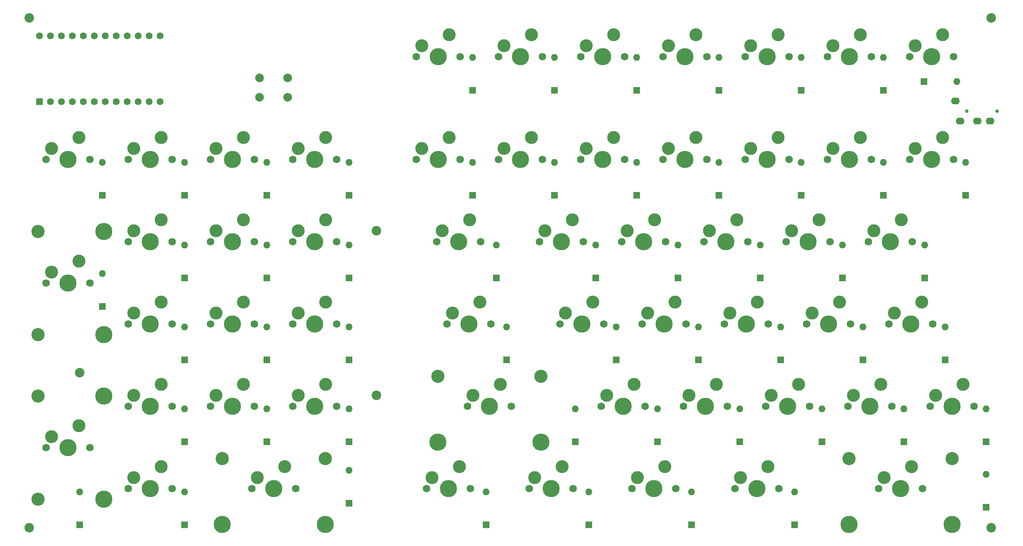
<source format=gbr>
%TF.GenerationSoftware,KiCad,Pcbnew,7.0.5*%
%TF.CreationDate,2023-06-22T07:55:22+00:00*%
%TF.ProjectId,Entry-left,456e7472-792d-46c6-9566-742e6b696361,rev?*%
%TF.SameCoordinates,Original*%
%TF.FileFunction,Soldermask,Top*%
%TF.FilePolarity,Negative*%
%FSLAX46Y46*%
G04 Gerber Fmt 4.6, Leading zero omitted, Abs format (unit mm)*
G04 Created by KiCad (PCBNEW 7.0.5) date 2023-06-22 07:55:22*
%MOMM*%
%LPD*%
G01*
G04 APERTURE LIST*
%ADD10C,1.750000*%
%ADD11C,3.000000*%
%ADD12C,3.987800*%
%ADD13C,2.200000*%
%ADD14C,2.000000*%
%ADD15C,3.048000*%
%ADD16C,0.800000*%
%ADD17O,2.000000X1.600000*%
%ADD18R,1.600000X1.600000*%
%ADD19C,1.600000*%
%ADD20O,1.600000X1.600000*%
G04 APERTURE END LIST*
D10*
%TO.C,MX6*%
X69414250Y-80798750D03*
D11*
X70684250Y-78258750D03*
D12*
X74494250Y-80798750D03*
D11*
X77034250Y-75718750D03*
D10*
X79574250Y-80798750D03*
%TD*%
%TO.C,MX2*%
X50364250Y-61748750D03*
D11*
X51634250Y-59208750D03*
D12*
X55444250Y-61748750D03*
D11*
X57984250Y-56668750D03*
D10*
X60524250Y-61748750D03*
%TD*%
D13*
%TO.C,REF\u002A\u002A*%
X39050000Y-111100000D03*
%TD*%
D10*
%TO.C,MX20*%
X155139250Y-37935750D03*
D11*
X156409250Y-35395750D03*
D12*
X160219250Y-37935750D03*
D11*
X162759250Y-32855750D03*
D10*
X165299250Y-37935750D03*
%TD*%
%TO.C,MX52*%
X167045500Y-137948750D03*
D11*
X168315500Y-135408750D03*
D12*
X172125500Y-137948750D03*
D11*
X174665500Y-132868750D03*
D10*
X177205500Y-137948750D03*
%TD*%
%TO.C,MX26*%
X136089250Y-61748750D03*
D11*
X137359250Y-59208750D03*
D12*
X141169250Y-61748750D03*
D11*
X143709250Y-56668750D03*
D10*
X146249250Y-61748750D03*
%TD*%
D14*
%TO.C,RESET1*%
X80769250Y-42829500D03*
X87269250Y-42829500D03*
X80769250Y-47329500D03*
X87269250Y-47329500D03*
%TD*%
D10*
%TO.C,MX1*%
X31314250Y-61748750D03*
D11*
X32584250Y-59208750D03*
D12*
X36394250Y-61748750D03*
D11*
X38934250Y-56668750D03*
D10*
X41474250Y-61748750D03*
%TD*%
%TO.C,MX38*%
X124183000Y-99848750D03*
D11*
X125453000Y-97308750D03*
D12*
X129263000Y-99848750D03*
D11*
X131803000Y-94768750D03*
D10*
X134343000Y-99848750D03*
%TD*%
%TO.C,MX53*%
X190858000Y-137948750D03*
D11*
X192128000Y-135408750D03*
D12*
X195938000Y-137948750D03*
D11*
X198478000Y-132868750D03*
D10*
X201018000Y-137948750D03*
%TD*%
%TO.C,MX27*%
X155139250Y-61748750D03*
D11*
X156409250Y-59208750D03*
D12*
X160219250Y-61748750D03*
D11*
X162759250Y-56668750D03*
D10*
X165299250Y-61748750D03*
%TD*%
%TO.C,MX10*%
X69414250Y-99848750D03*
D11*
X70684250Y-97308750D03*
D12*
X74494250Y-99848750D03*
D11*
X77034250Y-94768750D03*
D10*
X79574250Y-99848750D03*
%TD*%
D13*
%TO.C,REF\u002A\u002A*%
X107831750Y-78258750D03*
%TD*%
D15*
%TO.C,MX17*%
X72081250Y-130963750D03*
D12*
X72081250Y-146203750D03*
D10*
X78939250Y-137948750D03*
D11*
X80209250Y-135408750D03*
D12*
X84019250Y-137948750D03*
D11*
X86559250Y-132868750D03*
D10*
X89099250Y-137948750D03*
D15*
X95957250Y-130963750D03*
D12*
X95957250Y-146203750D03*
%TD*%
D10*
%TO.C,MX50*%
X119420500Y-137948750D03*
D11*
X120690500Y-135408750D03*
D12*
X124500500Y-137948750D03*
D11*
X127040500Y-132868750D03*
D10*
X129580500Y-137948750D03*
%TD*%
D16*
%TO.C,U2*%
X251606750Y-50510750D03*
X244606750Y-50510750D03*
D17*
X241906750Y-48210750D03*
X243006750Y-52810750D03*
X247006750Y-52810750D03*
X250006750Y-52810750D03*
%TD*%
D10*
%TO.C,MX31*%
X231339250Y-61748750D03*
D11*
X232609250Y-59208750D03*
D12*
X236419250Y-61748750D03*
D11*
X238959250Y-56668750D03*
D10*
X241499250Y-61748750D03*
%TD*%
%TO.C,MX18*%
X117039250Y-37935750D03*
D11*
X118309250Y-35395750D03*
D12*
X122119250Y-37935750D03*
D11*
X124659250Y-32855750D03*
D10*
X127199250Y-37935750D03*
%TD*%
D18*
%TO.C,U1*%
X29780000Y-48320000D03*
D19*
X32320000Y-48320000D03*
X34860000Y-48320000D03*
X37400000Y-48320000D03*
X39940000Y-48320000D03*
X42480000Y-48320000D03*
X45020000Y-48320000D03*
X47560000Y-48320000D03*
X50100000Y-48320000D03*
X52640000Y-48320000D03*
X55180000Y-48320000D03*
X57720000Y-48320000D03*
X57720000Y-33080000D03*
X55180000Y-33080000D03*
X52640000Y-33080000D03*
X50100000Y-33080000D03*
X47560000Y-33080000D03*
X45020000Y-33080000D03*
X42480000Y-33080000D03*
X39940000Y-33080000D03*
X37400000Y-33080000D03*
X34860000Y-33080000D03*
X32320000Y-33080000D03*
X29780000Y-33080000D03*
%TD*%
D10*
%TO.C,MX42*%
X207526750Y-99848750D03*
D11*
X208796750Y-97308750D03*
D12*
X212606750Y-99848750D03*
D11*
X215146750Y-94768750D03*
D10*
X217686750Y-99848750D03*
%TD*%
%TO.C,MX22*%
X193239250Y-37935750D03*
D11*
X194509250Y-35395750D03*
D12*
X198319250Y-37935750D03*
D11*
X200859250Y-32855750D03*
D10*
X203399250Y-37935750D03*
%TD*%
%TO.C,MX16*%
X50364250Y-137948750D03*
D11*
X51634250Y-135408750D03*
D12*
X55444250Y-137948750D03*
D11*
X57984250Y-132868750D03*
D10*
X60524250Y-137948750D03*
%TD*%
D15*
%TO.C,MX8*%
X29409250Y-78385750D03*
X29409250Y-102261750D03*
D10*
X31314250Y-90323750D03*
D11*
X32584250Y-87783750D03*
D12*
X36394250Y-90323750D03*
D11*
X38934250Y-85243750D03*
D10*
X41474250Y-90323750D03*
D12*
X44649250Y-78385750D03*
X44649250Y-102261750D03*
%TD*%
D10*
%TO.C,MX33*%
X145614250Y-80798750D03*
D11*
X146884250Y-78258750D03*
D12*
X150694250Y-80798750D03*
D11*
X153234250Y-75718750D03*
D10*
X155774250Y-80798750D03*
%TD*%
%TO.C,MX40*%
X169426750Y-99848750D03*
D11*
X170696750Y-97308750D03*
D12*
X174506750Y-99848750D03*
D11*
X177046750Y-94768750D03*
D10*
X179586750Y-99848750D03*
%TD*%
%TO.C,MX34*%
X164664250Y-80798750D03*
D11*
X165934250Y-78258750D03*
D12*
X169744250Y-80798750D03*
D11*
X172284250Y-75718750D03*
D10*
X174824250Y-80798750D03*
%TD*%
%TO.C,MX11*%
X88464250Y-99848750D03*
D11*
X89734250Y-97308750D03*
D12*
X93544250Y-99848750D03*
D11*
X96084250Y-94768750D03*
D10*
X98624250Y-99848750D03*
%TD*%
%TO.C,MX3*%
X69414250Y-61748750D03*
D11*
X70684250Y-59208750D03*
D12*
X74494250Y-61748750D03*
D11*
X77034250Y-56668750D03*
D10*
X79574250Y-61748750D03*
%TD*%
%TO.C,MX37*%
X221814250Y-80798750D03*
D11*
X223084250Y-78258750D03*
D12*
X226894250Y-80798750D03*
D11*
X229434250Y-75718750D03*
D10*
X231974250Y-80798750D03*
%TD*%
%TO.C,MX29*%
X193239250Y-61748750D03*
D11*
X194509250Y-59208750D03*
D12*
X198319250Y-61748750D03*
D11*
X200859250Y-56668750D03*
D10*
X203399250Y-61748750D03*
%TD*%
D13*
%TO.C,REF\u002A\u002A*%
X107831750Y-116358750D03*
%TD*%
D10*
%TO.C,MX24*%
X231339250Y-37935750D03*
D11*
X232609250Y-35395750D03*
D12*
X236419250Y-37935750D03*
D11*
X238959250Y-32855750D03*
D10*
X241499250Y-37935750D03*
%TD*%
%TO.C,MX14*%
X88464250Y-118898750D03*
D11*
X89734250Y-116358750D03*
D12*
X93544250Y-118898750D03*
D11*
X96084250Y-113818750D03*
D10*
X98624250Y-118898750D03*
%TD*%
D13*
%TO.C,REF\u002A\u002A*%
X27369250Y-28910750D03*
%TD*%
%TO.C,REF\u002A\u002A*%
X27369250Y-146973750D03*
%TD*%
D15*
%TO.C,MX44*%
X122087500Y-111913750D03*
D12*
X122087500Y-127153750D03*
D10*
X128945500Y-118898750D03*
D11*
X130215500Y-116358750D03*
D12*
X134025500Y-118898750D03*
D11*
X136565500Y-113818750D03*
D10*
X139105500Y-118898750D03*
D15*
X145963500Y-111913750D03*
D12*
X145963500Y-127153750D03*
%TD*%
D15*
%TO.C,MX54*%
X217337500Y-130963750D03*
D12*
X217337500Y-146203750D03*
D10*
X224195500Y-137948750D03*
D11*
X225465500Y-135408750D03*
D12*
X229275500Y-137948750D03*
D11*
X231815500Y-132868750D03*
D10*
X234355500Y-137948750D03*
D15*
X241213500Y-130963750D03*
D12*
X241213500Y-146203750D03*
%TD*%
D10*
%TO.C,MX5*%
X50364250Y-80798750D03*
D11*
X51634250Y-78258750D03*
D12*
X55444250Y-80798750D03*
D11*
X57984250Y-75718750D03*
D10*
X60524250Y-80798750D03*
%TD*%
%TO.C,MX7*%
X88464250Y-80798750D03*
D11*
X89734250Y-78258750D03*
D12*
X93544250Y-80798750D03*
D11*
X96084250Y-75718750D03*
D10*
X98624250Y-80798750D03*
%TD*%
%TO.C,MX49*%
X236101750Y-118898750D03*
D11*
X237371750Y-116358750D03*
D12*
X241181750Y-118898750D03*
D11*
X243721750Y-113818750D03*
D10*
X246261750Y-118898750D03*
%TD*%
%TO.C,MX41*%
X188476750Y-99848750D03*
D11*
X189746750Y-97308750D03*
D12*
X193556750Y-99848750D03*
D11*
X196096750Y-94768750D03*
D10*
X198636750Y-99848750D03*
%TD*%
%TO.C,MX51*%
X143233000Y-137948750D03*
D11*
X144503000Y-135408750D03*
D12*
X148313000Y-137948750D03*
D11*
X150853000Y-132868750D03*
D10*
X153393000Y-137948750D03*
%TD*%
%TO.C,MX9*%
X50364250Y-99848750D03*
D11*
X51634250Y-97308750D03*
D12*
X55444250Y-99848750D03*
D11*
X57984250Y-94768750D03*
D10*
X60524250Y-99848750D03*
%TD*%
D13*
%TO.C,REF\u002A\u002A*%
X250206750Y-146973750D03*
%TD*%
D10*
%TO.C,MX47*%
X198001750Y-118898750D03*
D11*
X199271750Y-116358750D03*
D12*
X203081750Y-118898750D03*
D11*
X205621750Y-113818750D03*
D10*
X208161750Y-118898750D03*
%TD*%
%TO.C,MX21*%
X174189250Y-37935750D03*
D11*
X175459250Y-35395750D03*
D12*
X179269250Y-37935750D03*
D11*
X181809250Y-32855750D03*
D10*
X184349250Y-37935750D03*
%TD*%
%TO.C,MX46*%
X178951750Y-118898750D03*
D11*
X180221750Y-116358750D03*
D12*
X184031750Y-118898750D03*
D11*
X186571750Y-113818750D03*
D10*
X189111750Y-118898750D03*
%TD*%
%TO.C,MX13*%
X69414250Y-118898750D03*
D11*
X70684250Y-116358750D03*
D12*
X74494250Y-118898750D03*
D11*
X77034250Y-113818750D03*
D10*
X79574250Y-118898750D03*
%TD*%
%TO.C,MX45*%
X159901750Y-118898750D03*
D11*
X161171750Y-116358750D03*
D12*
X164981750Y-118898750D03*
D11*
X167521750Y-113818750D03*
D10*
X170061750Y-118898750D03*
%TD*%
%TO.C,MX32*%
X121801750Y-80798750D03*
D11*
X123071750Y-78258750D03*
D12*
X126881750Y-80798750D03*
D11*
X129421750Y-75718750D03*
D10*
X131961750Y-80798750D03*
%TD*%
%TO.C,MX35*%
X183714250Y-80798750D03*
D11*
X184984250Y-78258750D03*
D12*
X188794250Y-80798750D03*
D11*
X191334250Y-75718750D03*
D10*
X193874250Y-80798750D03*
%TD*%
%TO.C,MX43*%
X226576750Y-99848750D03*
D11*
X227846750Y-97308750D03*
D12*
X231656750Y-99848750D03*
D11*
X234196750Y-94768750D03*
D10*
X236736750Y-99848750D03*
%TD*%
%TO.C,MX36*%
X202764250Y-80798750D03*
D11*
X204034250Y-78258750D03*
D12*
X207844250Y-80798750D03*
D11*
X210384250Y-75718750D03*
D10*
X212924250Y-80798750D03*
%TD*%
%TO.C,MX23*%
X212289250Y-37935750D03*
D11*
X213559250Y-35395750D03*
D12*
X217369250Y-37935750D03*
D11*
X219909250Y-32855750D03*
D10*
X222449250Y-37935750D03*
%TD*%
%TO.C,MX25*%
X117039250Y-61748750D03*
D11*
X118309250Y-59208750D03*
D12*
X122119250Y-61748750D03*
D11*
X124659250Y-56668750D03*
D10*
X127199250Y-61748750D03*
%TD*%
D15*
%TO.C,MX15*%
X29409250Y-116485750D03*
X29409250Y-140361750D03*
D10*
X31314250Y-128423750D03*
D11*
X32584250Y-125883750D03*
D12*
X36394250Y-128423750D03*
D11*
X38934250Y-123343750D03*
D10*
X41474250Y-128423750D03*
D12*
X44649250Y-116485750D03*
X44649250Y-140361750D03*
%TD*%
D10*
%TO.C,MX12*%
X50364250Y-118898750D03*
D11*
X51634250Y-116358750D03*
D12*
X55444250Y-118898750D03*
D11*
X57984250Y-113818750D03*
D10*
X60524250Y-118898750D03*
%TD*%
%TO.C,MX30*%
X212289250Y-61748750D03*
D11*
X213559250Y-59208750D03*
D12*
X217369250Y-61748750D03*
D11*
X219909250Y-56668750D03*
D10*
X222449250Y-61748750D03*
%TD*%
%TO.C,MX19*%
X136089250Y-37935750D03*
D11*
X137359250Y-35395750D03*
D12*
X141169250Y-37935750D03*
D11*
X143709250Y-32855750D03*
D10*
X146249250Y-37935750D03*
%TD*%
D13*
%TO.C,REF\u002A\u002A*%
X250206750Y-28910750D03*
%TD*%
D10*
%TO.C,MX28*%
X174189250Y-61748750D03*
D11*
X175459250Y-59208750D03*
D12*
X179269250Y-61748750D03*
D11*
X181809250Y-56668750D03*
D10*
X184349250Y-61748750D03*
%TD*%
%TO.C,MX48*%
X217051750Y-118898750D03*
D11*
X218321750Y-116358750D03*
D12*
X222131750Y-118898750D03*
D11*
X224671750Y-113818750D03*
D10*
X227211750Y-118898750D03*
%TD*%
%TO.C,MX4*%
X88464250Y-61748750D03*
D11*
X89734250Y-59208750D03*
D12*
X93544250Y-61748750D03*
D11*
X96084250Y-56668750D03*
D10*
X98624250Y-61748750D03*
%TD*%
%TO.C,MX39*%
X150376750Y-99848750D03*
D11*
X151646750Y-97308750D03*
D12*
X155456750Y-99848750D03*
D11*
X157996750Y-94768750D03*
D10*
X160536750Y-99848750D03*
%TD*%
D18*
%TO.C,D33*%
X158628500Y-89187000D03*
D20*
X158628500Y-81567000D03*
%TD*%
D18*
%TO.C,D38*%
X137997500Y-108073500D03*
D20*
X137997500Y-100453500D03*
%TD*%
D18*
%TO.C,D22*%
X206238500Y-45702000D03*
D20*
X206238500Y-38082000D03*
%TD*%
D18*
%TO.C,D30*%
X225282500Y-69985500D03*
D20*
X225282500Y-62365500D03*
%TD*%
D18*
%TO.C,D12*%
X63408500Y-127117500D03*
D20*
X63408500Y-119497500D03*
%TD*%
D18*
%TO.C,D48*%
X230043500Y-127117500D03*
D20*
X230043500Y-119497500D03*
%TD*%
D18*
%TO.C,D54*%
X249087500Y-142250000D03*
D20*
X249087500Y-134630000D03*
%TD*%
D18*
%TO.C,D52*%
X180846500Y-146319000D03*
D20*
X180846500Y-138699000D03*
%TD*%
D18*
%TO.C,D53*%
X204651500Y-146319000D03*
D20*
X204651500Y-138699000D03*
%TD*%
D18*
%TO.C,D23*%
X225282500Y-45702000D03*
D20*
X225282500Y-38082000D03*
%TD*%
D18*
%TO.C,D25*%
X130062500Y-69985500D03*
D20*
X130062500Y-62365500D03*
%TD*%
D18*
%TO.C,D50*%
X133236500Y-146319000D03*
D20*
X133236500Y-138699000D03*
%TD*%
D18*
%TO.C,D31*%
X244326500Y-69985500D03*
D20*
X244326500Y-62365500D03*
%TD*%
D18*
%TO.C,D26*%
X149106500Y-69985500D03*
D20*
X149106500Y-62365500D03*
%TD*%
D18*
%TO.C,D2*%
X63408500Y-69985500D03*
D20*
X63408500Y-62365500D03*
%TD*%
D18*
%TO.C,D46*%
X191955500Y-127117500D03*
D20*
X191955500Y-119497500D03*
%TD*%
D18*
%TO.C,D40*%
X182433500Y-108073500D03*
D20*
X182433500Y-100453500D03*
%TD*%
D18*
%TO.C,D13*%
X82452500Y-127117500D03*
D20*
X82452500Y-119497500D03*
%TD*%
D18*
%TO.C,D35*%
X196716500Y-89187000D03*
D20*
X196716500Y-81567000D03*
%TD*%
D18*
%TO.C,D36*%
X215760500Y-89187000D03*
D20*
X215760500Y-81567000D03*
%TD*%
D18*
%TO.C,D4*%
X101496500Y-69985500D03*
D20*
X101496500Y-62365500D03*
%TD*%
D18*
%TO.C,D45*%
X172911500Y-127117500D03*
D20*
X172911500Y-119497500D03*
%TD*%
D18*
%TO.C,D18*%
X130062500Y-45702000D03*
D20*
X130062500Y-38082000D03*
%TD*%
D18*
%TO.C,D51*%
X157041500Y-146319000D03*
D20*
X157041500Y-138699000D03*
%TD*%
D18*
%TO.C,D28*%
X187194500Y-69985500D03*
D20*
X187194500Y-62365500D03*
%TD*%
D18*
%TO.C,D42*%
X220521500Y-108073500D03*
D20*
X220521500Y-100453500D03*
%TD*%
D18*
%TO.C,D3*%
X82452500Y-69985500D03*
D20*
X82452500Y-62365500D03*
%TD*%
D18*
%TO.C,D24*%
X234670000Y-43670000D03*
D20*
X242290000Y-43670000D03*
%TD*%
D18*
%TO.C,D44*%
X153867500Y-127117500D03*
D20*
X153867500Y-119497500D03*
%TD*%
D18*
%TO.C,D8*%
X44364500Y-95768750D03*
D20*
X44364500Y-88148750D03*
%TD*%
D18*
%TO.C,D47*%
X210999500Y-127117500D03*
D20*
X210999500Y-119497500D03*
%TD*%
D18*
%TO.C,D37*%
X234804500Y-89187000D03*
D20*
X234804500Y-81567000D03*
%TD*%
D18*
%TO.C,D14*%
X101496500Y-127117500D03*
D20*
X101496500Y-119497500D03*
%TD*%
D18*
%TO.C,D20*%
X168150500Y-45702000D03*
D20*
X168150500Y-38082000D03*
%TD*%
D18*
%TO.C,D19*%
X149106500Y-45702000D03*
D20*
X149106500Y-38082000D03*
%TD*%
D18*
%TO.C,D21*%
X187194500Y-45702000D03*
D20*
X187194500Y-38082000D03*
%TD*%
D18*
%TO.C,D7*%
X101496500Y-89187000D03*
D20*
X101496500Y-81567000D03*
%TD*%
D18*
%TO.C,D39*%
X163389500Y-108073500D03*
D20*
X163389500Y-100453500D03*
%TD*%
D18*
%TO.C,D49*%
X249087500Y-127117500D03*
D20*
X249087500Y-119497500D03*
%TD*%
D18*
%TO.C,D10*%
X82452500Y-108073500D03*
D20*
X82452500Y-100453500D03*
%TD*%
D18*
%TO.C,D29*%
X206238500Y-69985500D03*
D20*
X206238500Y-62365500D03*
%TD*%
D18*
%TO.C,D32*%
X135617000Y-89187000D03*
D20*
X135617000Y-81567000D03*
%TD*%
D18*
%TO.C,D41*%
X201477500Y-108073500D03*
D20*
X201477500Y-100453500D03*
%TD*%
D18*
%TO.C,D17*%
X101496500Y-141319000D03*
D20*
X101496500Y-133699000D03*
%TD*%
D18*
%TO.C,D34*%
X177672500Y-89187000D03*
D20*
X177672500Y-81567000D03*
%TD*%
D18*
%TO.C,D5*%
X63408500Y-89187000D03*
D20*
X63408500Y-81567000D03*
%TD*%
D18*
%TO.C,D16*%
X63408500Y-146319000D03*
D20*
X63408500Y-138699000D03*
%TD*%
D18*
%TO.C,D15*%
X39059250Y-146319000D03*
D20*
X39059250Y-138699000D03*
%TD*%
D18*
%TO.C,D9*%
X63408500Y-108073500D03*
D20*
X63408500Y-100453500D03*
%TD*%
D18*
%TO.C,D27*%
X168150500Y-69985500D03*
D20*
X168150500Y-62365500D03*
%TD*%
D18*
%TO.C,D6*%
X82452500Y-89187000D03*
D20*
X82452500Y-81567000D03*
%TD*%
D18*
%TO.C,D43*%
X239565500Y-108073500D03*
D20*
X239565500Y-100453500D03*
%TD*%
D18*
%TO.C,D1*%
X44364500Y-69985500D03*
D20*
X44364500Y-62365500D03*
%TD*%
D18*
%TO.C,D11*%
X101496500Y-108073500D03*
D20*
X101496500Y-100453500D03*
%TD*%
M02*

</source>
